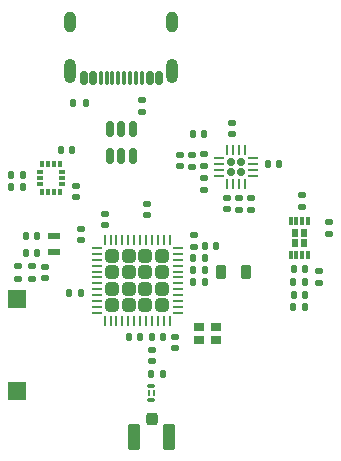
<source format=gbr>
%TF.GenerationSoftware,KiCad,Pcbnew,8.0.4*%
%TF.CreationDate,2024-11-22T16:24:22-05:00*%
%TF.ProjectId,stm32wb_base,73746d33-3277-4625-9f62-6173652e6b69,rev?*%
%TF.SameCoordinates,PX6422c40PY66c2270*%
%TF.FileFunction,Paste,Top*%
%TF.FilePolarity,Positive*%
%FSLAX46Y46*%
G04 Gerber Fmt 4.6, Leading zero omitted, Abs format (unit mm)*
G04 Created by KiCad (PCBNEW 8.0.4) date 2024-11-22 16:24:22*
%MOMM*%
%LPD*%
G01*
G04 APERTURE LIST*
G04 Aperture macros list*
%AMRoundRect*
0 Rectangle with rounded corners*
0 $1 Rounding radius*
0 $2 $3 $4 $5 $6 $7 $8 $9 X,Y pos of 4 corners*
0 Add a 4 corners polygon primitive as box body*
4,1,4,$2,$3,$4,$5,$6,$7,$8,$9,$2,$3,0*
0 Add four circle primitives for the rounded corners*
1,1,$1+$1,$2,$3*
1,1,$1+$1,$4,$5*
1,1,$1+$1,$6,$7*
1,1,$1+$1,$8,$9*
0 Add four rect primitives between the rounded corners*
20,1,$1+$1,$2,$3,$4,$5,0*
20,1,$1+$1,$4,$5,$6,$7,0*
20,1,$1+$1,$6,$7,$8,$9,0*
20,1,$1+$1,$8,$9,$2,$3,0*%
G04 Aperture macros list end*
%ADD10R,0.900000X0.800000*%
%ADD11R,1.100000X0.600000*%
%ADD12RoundRect,0.250000X-0.315000X-0.315000X0.315000X-0.315000X0.315000X0.315000X-0.315000X0.315000X0*%
%ADD13RoundRect,0.062500X-0.375000X-0.062500X0.375000X-0.062500X0.375000X0.062500X-0.375000X0.062500X0*%
%ADD14RoundRect,0.062500X-0.062500X-0.375000X0.062500X-0.375000X0.062500X0.375000X-0.062500X0.375000X0*%
%ADD15RoundRect,0.135000X0.185000X-0.135000X0.185000X0.135000X-0.185000X0.135000X-0.185000X-0.135000X0*%
%ADD16O,1.000000X1.800000*%
%ADD17O,1.000000X2.100000*%
%ADD18RoundRect,0.150000X0.150000X0.425000X-0.150000X0.425000X-0.150000X-0.425000X0.150000X-0.425000X0*%
%ADD19RoundRect,0.075000X0.075000X0.500000X-0.075000X0.500000X-0.075000X-0.500000X0.075000X-0.500000X0*%
%ADD20R,0.580000X0.710000*%
%ADD21R,0.300000X0.750000*%
%ADD22RoundRect,0.135000X-0.185000X0.135000X-0.185000X-0.135000X0.185000X-0.135000X0.185000X0.135000X0*%
%ADD23RoundRect,0.140000X0.140000X0.170000X-0.140000X0.170000X-0.140000X-0.170000X0.140000X-0.170000X0*%
%ADD24RoundRect,0.147500X-0.147500X-0.172500X0.147500X-0.172500X0.147500X0.172500X-0.147500X0.172500X0*%
%ADD25RoundRect,0.140000X-0.170000X0.140000X-0.170000X-0.140000X0.170000X-0.140000X0.170000X0.140000X0*%
%ADD26RoundRect,0.061250X-0.061250X-0.163750X0.061250X-0.163750X0.061250X0.163750X-0.061250X0.163750X0*%
%ADD27RoundRect,0.068750X-0.281250X0.068750X-0.281250X-0.068750X0.281250X-0.068750X0.281250X0.068750X0*%
%ADD28RoundRect,0.140000X0.170000X-0.140000X0.170000X0.140000X-0.170000X0.140000X-0.170000X-0.140000X0*%
%ADD29R,1.500000X1.500000*%
%ADD30RoundRect,0.140000X-0.140000X-0.170000X0.140000X-0.170000X0.140000X0.170000X-0.140000X0.170000X0*%
%ADD31RoundRect,0.147500X0.147500X0.172500X-0.147500X0.172500X-0.147500X-0.172500X0.147500X-0.172500X0*%
%ADD32RoundRect,0.147500X-0.172500X0.147500X-0.172500X-0.147500X0.172500X-0.147500X0.172500X0.147500X0*%
%ADD33RoundRect,0.135000X0.135000X0.185000X-0.135000X0.185000X-0.135000X-0.185000X0.135000X-0.185000X0*%
%ADD34RoundRect,0.135000X-0.135000X-0.185000X0.135000X-0.185000X0.135000X0.185000X-0.135000X0.185000X0*%
%ADD35RoundRect,0.147500X0.172500X-0.147500X0.172500X0.147500X-0.172500X0.147500X-0.172500X-0.147500X0*%
%ADD36RoundRect,0.218750X-0.218750X-0.381250X0.218750X-0.381250X0.218750X0.381250X-0.218750X0.381250X0*%
%ADD37RoundRect,0.160000X0.160000X0.160000X-0.160000X0.160000X-0.160000X-0.160000X0.160000X-0.160000X0*%
%ADD38RoundRect,0.062500X0.375000X0.062500X-0.375000X0.062500X-0.375000X-0.062500X0.375000X-0.062500X0*%
%ADD39RoundRect,0.062500X0.062500X0.375000X-0.062500X0.375000X-0.062500X-0.375000X0.062500X-0.375000X0*%
%ADD40RoundRect,0.150000X-0.150000X0.512500X-0.150000X-0.512500X0.150000X-0.512500X0.150000X0.512500X0*%
%ADD41RoundRect,0.250000X-0.275000X0.850000X-0.275000X-0.850000X0.275000X-0.850000X0.275000X0.850000X0*%
%ADD42RoundRect,0.250000X-0.250000X0.275000X-0.250000X-0.275000X0.250000X-0.275000X0.250000X0.275000X0*%
%ADD43RoundRect,0.076200X0.076200X0.190500X-0.076200X0.190500X-0.076200X-0.190500X0.076200X-0.190500X0*%
%ADD44RoundRect,0.076200X0.190500X-0.076200X0.190500X0.076200X-0.190500X0.076200X-0.190500X-0.076200X0*%
G04 APERTURE END LIST*
D10*
%TO.C,Y1*%
X17950000Y10980000D03*
X19350000Y10980000D03*
X19350000Y12080000D03*
X17950000Y12080000D03*
%TD*%
D11*
%TO.C,Y2*%
X5680000Y18430000D03*
X5680000Y19830000D03*
%TD*%
D12*
%TO.C,U1*%
X10600000Y18150000D03*
X10600000Y16750000D03*
X10600000Y15350000D03*
X10600000Y13950000D03*
X12000000Y18150000D03*
X12000000Y16750000D03*
X12000000Y15350000D03*
X12000000Y13950000D03*
X13400000Y18150000D03*
X13400000Y16750000D03*
X13400000Y15350000D03*
X13400000Y13950000D03*
X14800000Y18150000D03*
X14800000Y16750000D03*
X14800000Y15350000D03*
X14800000Y13950000D03*
D13*
X9262500Y18800000D03*
X9262500Y18300000D03*
X9262500Y17800000D03*
X9262500Y17300000D03*
X9262500Y16800000D03*
X9262500Y16300000D03*
X9262500Y15800000D03*
X9262500Y15300000D03*
X9262500Y14800000D03*
X9262500Y14300000D03*
X9262500Y13800000D03*
X9262500Y13300000D03*
D14*
X9950000Y12612500D03*
X10450000Y12612500D03*
X10950000Y12612500D03*
X11450000Y12612500D03*
X11950000Y12612500D03*
X12450000Y12612500D03*
X12950000Y12612500D03*
X13450000Y12612500D03*
X13950000Y12612500D03*
X14450000Y12612500D03*
X14950000Y12612500D03*
X15450000Y12612500D03*
D13*
X16137500Y13300000D03*
X16137500Y13800000D03*
X16137500Y14300000D03*
X16137500Y14800000D03*
X16137500Y15300000D03*
X16137500Y15800000D03*
X16137500Y16300000D03*
X16137500Y16800000D03*
X16137500Y17300000D03*
X16137500Y17800000D03*
X16137500Y18300000D03*
X16137500Y18800000D03*
D14*
X15450000Y19487500D03*
X14950000Y19487500D03*
X14450000Y19487500D03*
X13950000Y19487500D03*
X13450000Y19487500D03*
X12950000Y19487500D03*
X12450000Y19487500D03*
X11950000Y19487500D03*
X11450000Y19487500D03*
X10950000Y19487500D03*
X10450000Y19487500D03*
X9950000Y19487500D03*
%TD*%
D15*
%TO.C,R11*%
X21330000Y21985000D03*
X21330000Y23005000D03*
%TD*%
D16*
%TO.C,J3*%
X7040000Y37965000D03*
D17*
X7040000Y33785000D03*
D16*
X15680000Y37965000D03*
D17*
X15680000Y33785000D03*
D18*
X14560000Y33210000D03*
X13760000Y33210000D03*
D19*
X13110000Y33210000D03*
X12110000Y33210000D03*
X10610000Y33210000D03*
X9610000Y33210000D03*
D18*
X8960000Y33210000D03*
X8160000Y33210000D03*
X8160000Y33210000D03*
X8960000Y33210000D03*
D19*
X10110000Y33210000D03*
X11110000Y33210000D03*
X11610000Y33210000D03*
X12610000Y33210000D03*
D18*
X13760000Y33210000D03*
X14560000Y33210000D03*
%TD*%
D20*
%TO.C,U5*%
X26800000Y20090000D03*
X26075000Y20090000D03*
X26800000Y19215000D03*
X26075000Y19215000D03*
D21*
X27187500Y21102500D03*
X26687500Y21102500D03*
X26187500Y21102500D03*
X25687500Y21102500D03*
X25687500Y18202500D03*
X26187500Y18202500D03*
X26687500Y18202500D03*
X27187500Y18202500D03*
%TD*%
D22*
%TO.C,R12*%
X28100000Y16810000D03*
X28100000Y15790000D03*
%TD*%
D23*
%TO.C,C1*%
X26880000Y13790000D03*
X25920000Y13790000D03*
%TD*%
D24*
%TO.C,L1*%
X17460000Y16950000D03*
X18430000Y16950000D03*
%TD*%
%TO.C,L4*%
X25930000Y15890000D03*
X26900000Y15890000D03*
%TD*%
D25*
%TO.C,C16*%
X4875000Y17180000D03*
X4875000Y16220000D03*
%TD*%
D23*
%TO.C,C11*%
X18430000Y15910000D03*
X17470000Y15910000D03*
%TD*%
D26*
%TO.C,FLT1*%
X13682500Y6517500D03*
D27*
X13910000Y5905000D03*
D26*
X14137500Y6517500D03*
D27*
X13910000Y7130000D03*
%TD*%
D28*
%TO.C,C22*%
X26700000Y22290000D03*
X26700000Y23250000D03*
%TD*%
%TO.C,C2*%
X13525000Y21575000D03*
X13525000Y22535000D03*
%TD*%
D15*
%TO.C,R7*%
X18330000Y25695000D03*
X18330000Y26715000D03*
%TD*%
D29*
%TO.C,SW1*%
X2550000Y14450000D03*
X2550000Y6650000D03*
%TD*%
D30*
%TO.C,C20*%
X23770000Y25905000D03*
X24730000Y25905000D03*
%TD*%
D31*
%TO.C,D2*%
X18400000Y28405000D03*
X17430000Y28405000D03*
%TD*%
D15*
%TO.C,R13*%
X28950000Y19940000D03*
X28950000Y20960000D03*
%TD*%
D23*
%TO.C,C6*%
X12970000Y11230000D03*
X12010000Y11230000D03*
%TD*%
D32*
%TO.C,L3*%
X13970000Y10180000D03*
X13970000Y9210000D03*
%TD*%
D22*
%TO.C,R4*%
X13100000Y31300000D03*
X13100000Y30280000D03*
%TD*%
D33*
%TO.C,R3*%
X8330000Y31050000D03*
X7310000Y31050000D03*
%TD*%
D34*
%TO.C,R5*%
X2047100Y23960000D03*
X3067100Y23960000D03*
%TD*%
D30*
%TO.C,C25*%
X25940000Y16990000D03*
X26900000Y16990000D03*
%TD*%
D22*
%TO.C,R1*%
X3775000Y17230000D03*
X3775000Y16210000D03*
%TD*%
D30*
%TO.C,C9*%
X18440000Y18950000D03*
X19400000Y18950000D03*
%TD*%
D25*
%TO.C,C18*%
X7527100Y24060000D03*
X7527100Y23100000D03*
%TD*%
D30*
%TO.C,C14*%
X13960000Y11220000D03*
X14920000Y11220000D03*
%TD*%
D25*
%TO.C,C21*%
X20330000Y23065000D03*
X20330000Y22105000D03*
%TD*%
D30*
%TO.C,C10*%
X17450000Y17960000D03*
X18410000Y17960000D03*
%TD*%
D34*
%TO.C,R6*%
X2047100Y25010000D03*
X3067100Y25010000D03*
%TD*%
D35*
%TO.C,D1*%
X20730000Y28405000D03*
X20730000Y29375000D03*
%TD*%
D23*
%TO.C,C3*%
X7910000Y14960000D03*
X6950000Y14960000D03*
%TD*%
%TO.C,C13*%
X4240000Y19780000D03*
X3280000Y19780000D03*
%TD*%
D36*
%TO.C,L2*%
X19795000Y16725000D03*
X21920000Y16725000D03*
%TD*%
D30*
%TO.C,C15*%
X13910000Y8150000D03*
X14870000Y8150000D03*
%TD*%
%TO.C,C17*%
X6247100Y27110000D03*
X7207100Y27110000D03*
%TD*%
D37*
%TO.C,U4*%
X21480000Y25242500D03*
X21480000Y26042500D03*
X20680000Y25242500D03*
X20680000Y26042500D03*
D38*
X22517500Y24892500D03*
X22517500Y25392500D03*
X22517500Y25892500D03*
X22517500Y26392500D03*
D39*
X21830000Y27080000D03*
X21330000Y27080000D03*
X20830000Y27080000D03*
X20330000Y27080000D03*
D38*
X19642500Y26392500D03*
X19642500Y25892500D03*
X19642500Y25392500D03*
X19642500Y24892500D03*
D39*
X20330000Y24205000D03*
X20830000Y24205000D03*
X21330000Y24205000D03*
X21830000Y24205000D03*
%TD*%
D28*
%TO.C,C4*%
X9940000Y21680000D03*
X9940000Y20720000D03*
%TD*%
D40*
%TO.C,U2*%
X12312500Y28837500D03*
X11362500Y28837500D03*
X10412500Y28837500D03*
X10412500Y26562500D03*
X11362500Y26562500D03*
X12312500Y26562500D03*
%TD*%
D22*
%TO.C,R9*%
X18330000Y24705000D03*
X18330000Y23685000D03*
%TD*%
D28*
%TO.C,C5*%
X17490000Y18920000D03*
X17490000Y19880000D03*
%TD*%
%TO.C,C19*%
X16330000Y25725000D03*
X16330000Y26685000D03*
%TD*%
D22*
%TO.C,R2*%
X2615000Y17230000D03*
X2615000Y16210000D03*
%TD*%
D25*
%TO.C,C8*%
X15900000Y11250000D03*
X15900000Y10290000D03*
%TD*%
D41*
%TO.C,J1*%
X12470000Y2790000D03*
X15420000Y2790000D03*
D42*
X13945000Y4315000D03*
%TD*%
D23*
%TO.C,C24*%
X26900000Y14790000D03*
X25940000Y14790000D03*
%TD*%
D15*
%TO.C,R10*%
X22320000Y21995000D03*
X22320000Y23015000D03*
%TD*%
D43*
%TO.C,U3*%
X4677099Y23568900D03*
X5177100Y23568900D03*
X5677100Y23568900D03*
X6177101Y23568900D03*
D44*
X6354200Y24250001D03*
X6354200Y24750000D03*
X6354200Y25249999D03*
D43*
X6177101Y25931100D03*
X5677100Y25931100D03*
X5177100Y25931100D03*
X4677099Y25931100D03*
D44*
X4500000Y25249999D03*
X4500000Y24750000D03*
X4500000Y24250001D03*
%TD*%
D23*
%TO.C,C12*%
X4230000Y18360000D03*
X3270000Y18360000D03*
%TD*%
D28*
%TO.C,C7*%
X7980000Y19460000D03*
X7980000Y20420000D03*
%TD*%
D15*
%TO.C,R8*%
X17330000Y25685000D03*
X17330000Y26705000D03*
%TD*%
M02*

</source>
